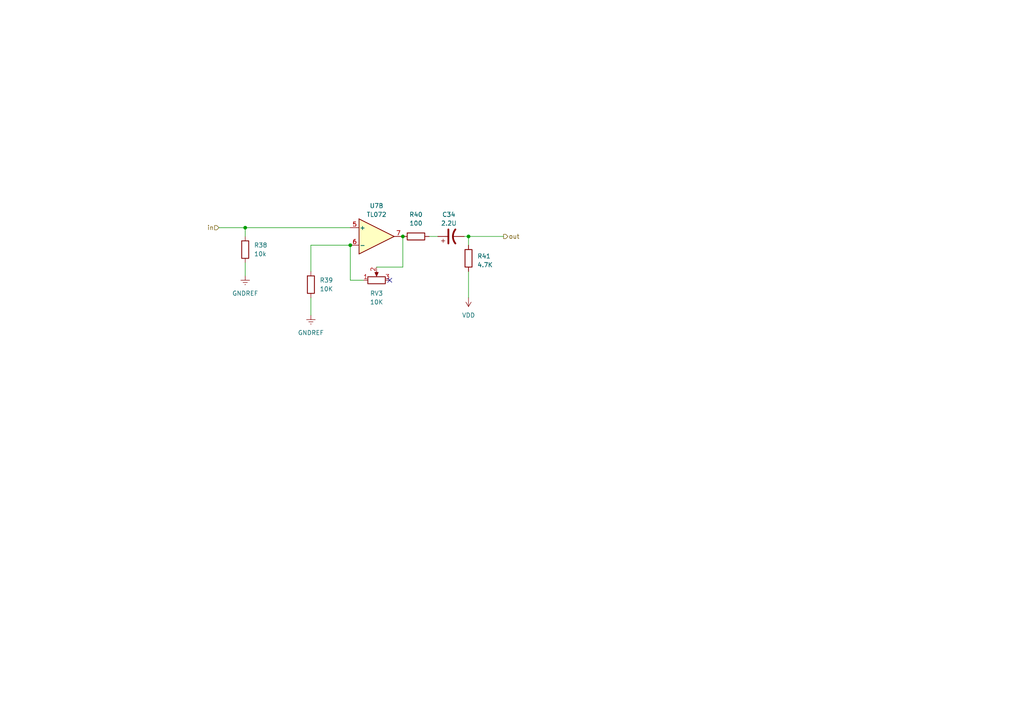
<source format=kicad_sch>
(kicad_sch (version 20230121) (generator eeschema)
  (paper "A4")
  (lib_symbols
    (symbol "Amplifier_Operational:TL072" (pin_names (offset 0.127))
      (property "Reference" "U" (at 0 5.08 0))
      (property "Value" "TL072" (at 0 -5.08 0))
      (symbol "TL072_1_1"
        (polyline (pts (xy -5.08 5.08) (xy 5.08 0) (xy -5.08 -5.08) (xy -5.08 5.08)) (stroke (width 0.254)) (fill (type background)))
        (pin output line (at 7.62 0 180) (length 2.54) (name "~") (number "1"))
        (pin input line (at -7.62 -2.54 0) (length 2.54) (name "-") (number "2"))
        (pin input line (at -7.62 2.54 0) (length 2.54) (name "+") (number "3"))
      )
      (symbol "TL072_2_1"
        (polyline (pts (xy -5.08 5.08) (xy 5.08 0) (xy -5.08 -5.08) (xy -5.08 5.08)) (stroke (width 0.254)) (fill (type background)))
        (pin input line (at -7.62 2.54 0) (length 2.54) (name "+") (number "5"))
        (pin input line (at -7.62 -2.54 0) (length 2.54) (name "-") (number "6"))
        (pin output line (at 7.62 0 180) (length 2.54) (name "~") (number "7"))
      )
      (symbol "TL072_3_1"
        (pin power_in line (at -2.54 -7.62 90) (length 3.81) (name "V-") (number "4"))
        (pin power_in line (at -2.54 7.62 270) (length 3.81) (name "V+") (number "8"))
      )
    )
    (symbol "Device:C_Polarized_US" (pin_numbers hide) (pin_names (offset 0.254) hide)
      (property "Reference" "C" (at 0.635 2.54 0))
      (property "Value" "C_Polarized_US" (at 0.635 -2.54 0))
      (symbol "C_Polarized_US_0_1"
        (polyline (pts (xy -2.032 0.762) (xy 2.032 0.762)) (stroke (width 0.508)))
        (polyline (pts (xy -1.778 2.286) (xy -0.762 2.286)))
        (polyline (pts (xy -1.27 1.778) (xy -1.27 2.794)))
        (arc (start 2.032 -1.27) (mid 0 -0.5572) (end -2.032 -1.27) (stroke (width 0.508)))
      )
      (symbol "C_Polarized_US_1_1"
        (pin passive line (at 0 3.81 270) (length 2.794) (name "~") (number "1"))
        (pin passive line (at 0 -3.81 90) (length 3.302) (name "~") (number "2"))
      )
    )
    (symbol "Device:R" (pin_numbers hide) (pin_names (offset 0))
      (property "Reference" "R" (at 2.032 0 90))
      (property "Value" "R" (at 0 0 90))
      (symbol "R_0_1"
        (rectangle (start -1.016 -2.54) (end 1.016 2.54) (stroke (width 0.254)))
      )
      (symbol "R_1_1"
        (pin passive line (at 0 3.81 270) (length 1.27) (name "~") (number "1"))
        (pin passive line (at 0 -3.81 90) (length 1.27) (name "~") (number "2"))
      )
    )
    (symbol "Device:R_Potentiometer" (pin_names (offset 1.016) hide)
      (property "Reference" "RV" (at -4.445 0 90))
      (property "Value" "R_Potentiometer" (at -2.54 0 90))
      (symbol "R_Potentiometer_0_1"
        (polyline (pts (xy 2.54 0) (xy 1.524 0)))
        (polyline (pts (xy 1.143 0) (xy 2.286 0.508) (xy 2.286 -0.508) (xy 1.143 0)) (fill (type outline)))
        (rectangle (start 1.016 2.54) (end -1.016 -2.54) (stroke (width 0.254)))
      )
      (symbol "R_Potentiometer_1_1"
        (pin passive line (at 0 3.81 270) (length 1.27) (name "1") (number "1"))
        (pin passive line (at 3.81 0 180) (length 1.27) (name "2") (number "2"))
        (pin passive line (at 0 -3.81 90) (length 1.27) (name "3") (number "3"))
      )
    )
    (symbol "power:GNDREF" (power) (pin_names (offset 0))
      (property "Value" "GNDREF" (at 0 -3.81 0))
      (symbol "GNDREF_0_1"
        (polyline (pts (xy -0.635 -1.905) (xy 0.635 -1.905)))
        (polyline (pts (xy -0.127 -2.54) (xy 0.127 -2.54)))
        (polyline (pts (xy 0 -1.27) (xy 0 0)))
        (polyline (pts (xy 1.27 -1.27) (xy -1.27 -1.27)))
      )
      (symbol "GNDREF_1_1"
        (pin power_in line (at 0 0 270) (length 0) hide (name "GNDREF") (number "1"))
      )
    )
    (symbol "power:VDD" (power) (pin_names (offset 0))
      (property "Value" "VDD" (at 0 3.81 0))
      (symbol "VDD_0_1"
        (polyline (pts (xy -0.762 1.27) (xy 0 2.54)))
        (polyline (pts (xy 0 0) (xy 0 2.54)))
        (polyline (pts (xy 0 2.54) (xy 0.762 1.27)))
      )
      (symbol "VDD_1_1"
        (pin power_in line (at 0 0 90) (length 0) hide (name "VDD") (number "1"))
      )
    )
  )
  (junction (at 116.84 68.58))
  (junction (at 71.12 66.04))
  (junction (at 101.6 71.12))
  (junction (at 135.89 68.58))
  (no_connect (at 113.03 81.28))
  (wire (pts (xy 135.89 68.58) (xy 135.89 71.12)))
  (wire (pts (xy 90.17 86.36) (xy 90.17 91.44)))
  (wire (pts (xy 90.17 71.12) (xy 101.6 71.12)))
  (wire (pts (xy 90.17 78.74) (xy 90.17 71.12)))
  (wire (pts (xy 134.62 68.58) (xy 135.89 68.58)))
  (wire (pts (xy 135.89 68.58) (xy 146.05 68.58)))
  (wire (pts (xy 71.12 76.2) (xy 71.12 80.01)))
  (wire (pts (xy 71.12 68.58) (xy 71.12 66.04)))
  (wire (pts (xy 116.84 77.47) (xy 116.84 68.58)))
  (wire (pts (xy 116.84 77.47) (xy 109.22 77.47)))
  (wire (pts (xy 63.5 66.04) (xy 71.12 66.04)))
  (wire (pts (xy 71.12 66.04) (xy 101.6 66.04)))
  (wire (pts (xy 135.89 78.74) (xy 135.89 86.36)))
  (wire (pts (xy 101.6 81.28) (xy 101.6 71.12)))
  (wire (pts (xy 105.41 81.28) (xy 101.6 81.28)))
  (wire (pts (xy 124.46 68.58) (xy 127 68.58)))
  (hierarchical_label "in" (shape input) (at 63.5 66.04 180))
  (hierarchical_label "out" (shape output) (at 146.05 68.58 0))
  (symbol (lib_id "power:VDD") (at 135.89 86.36 180) (unit 1)
    (property "Reference" "#PWR042" (effects hide))
    (property "Value" "VDD" (at 135.89 91.44 0))
    (instances (project "crossover" (path "" (reference "#PWR042") (unit 1)) (path "" (reference "#PWR019") (unit 1)) (path "" (reference "#PWR039") (unit 1)) (path "" (reference "#PWR045") (unit 1))))
  )
  (symbol (lib_id "Amplifier_Operational:TL072") (at 109.22 68.58 0) (unit 2)
    (property "Reference" "U7" (at 109.22 59.69 0))
    (property "Value" "TL072" (at 109.22 62.23 0))
    (property "Footprint" "Package_DIP:DIP-8_W7.62mm_Socket" (effects hide))
    (property "Datasheet" "http://www.ti.com/lit/ds/symlink/tl071.pdf" (effects hide))
    (instances (project "crossover" (path "" (reference "U7") (unit 2)) (path "" (reference "U7") (unit 1)) (path "" (reference "U6") (unit 1)) (path "" (reference "U6") (unit 2))))
  )
  (symbol (lib_id "Device:R") (at 135.89 74.93 0) (unit 1)
    (property "Reference" "R41" (at 138.43 74.295 0) (effects (justify left)))
    (property "Value" "4.7K" (at 138.43 76.835 0) (effects (justify left)))
    (instances (project "crossover" (path "" (reference "R41") (unit 1)) (path "" (reference "R29") (unit 1)) (path "" (reference "R37") (unit 1)) (path "" (reference "R45") (unit 1))))
  )
  (symbol (lib_id "Device:C_Polarized_US") (at 130.81 68.58 90) (unit 1)
    (property "Reference" "C34" (at 130.175 62.23 90))
    (property "Value" "2.2U" (at 130.175 64.77 90))
    (instances (project "crossover" (path "" (reference "C34") (unit 1)) (path "" (reference "C21") (unit 1)) (path "" (reference "C33") (unit 1)) (path "" (reference "C35") (unit 1))))
  )
  (symbol (lib_id "Device:R_Potentiometer") (at 109.22 81.28 90) (unit 1)
    (property "Reference" "RV3" (at 109.22 85.09 90))
    (property "Value" "10K" (at 109.22 87.63 90))
    (property "Footprint" "Potentiometer_THT:Potentiometer_Bourns_3386C_Horizontal" (effects hide))
    (instances (project "crossover" (path "" (reference "RV3") (unit 1)) (path "" (reference "RV2") (unit 1)) (path "" (reference "RV1") (unit 1)) (path "" (reference "RV4") (unit 1))))
  )
  (symbol (lib_id "Device:R") (at 71.12 72.39 0) (unit 1)
    (property "Reference" "R38" (at 73.66 71.1199 0) (effects (justify left)))
    (property "Value" "10k" (at 73.66 73.6599 0) (effects (justify left)))
    (property "Footprint" "Resistor_THT:R_Axial_DIN0207_L6.3mm_D2.5mm_P7.62mm_Horizontal" (effects hide))
    (instances (project "crossover" (path "" (reference "R38") (unit 1)) (path "" (reference "R34") (unit 1)) (path "" (reference "R26") (unit 1)) (path "" (reference "R42") (unit 1))))
  )
  (symbol (lib_id "power:GNDREF") (at 71.12 80.01 0) (unit 1)
    (property "Reference" "#PWR040" (effects hide))
    (property "Value" "GNDREF" (at 71.12 85.09 0))
    (instances (project "crossover" (path "" (reference "#PWR040") (unit 1)) (path "" (reference "#PWR037") (unit 1)) (path "" (reference "#PWR017") (unit 1)) (path "" (reference "#PWR043") (unit 1))))
  )
  (symbol (lib_id "power:GNDREF") (at 90.17 91.44 0) (unit 1)
    (property "Reference" "#PWR041" (effects hide))
    (property "Value" "GNDREF" (at 90.17 96.52 0))
    (instances (project "crossover" (path "" (reference "#PWR041") (unit 1)) (path "" (reference "#PWR038") (unit 1)) (path "" (reference "#PWR018") (unit 1)) (path "" (reference "#PWR044") (unit 1))))
  )
  (symbol (lib_id "Device:R") (at 90.17 82.55 0) (unit 1)
    (property "Reference" "R39" (at 92.71 81.2799 0) (effects (justify left)))
    (property "Value" "10K" (at 92.71 83.8199 0) (effects (justify left)))
    (property "Footprint" "Resistor_THT:R_Axial_DIN0207_L6.3mm_D2.5mm_P7.62mm_Horizontal" (effects hide))
    (instances (project "crossover" (path "" (reference "R39") (unit 1)) (path "" (reference "R35") (unit 1)) (path "" (reference "R27") (unit 1)) (path "" (reference "R43") (unit 1))))
  )
  (symbol (lib_id "Device:R") (at 120.65 68.58 90) (unit 1)
    (property "Reference" "R40" (at 120.65 62.23 90))
    (property "Value" "100" (at 120.65 64.77 90))
    (property "Footprint" "Resistor_THT:R_Axial_DIN0207_L6.3mm_D2.5mm_P7.62mm_Horizontal" (effects hide))
    (instances (project "crossover" (path "" (reference "R40") (unit 1)) (path "" (reference "R36") (unit 1)) (path "" (reference "R28") (unit 1)) (path "" (reference "R44") (unit 1))))
  )
)
</source>
